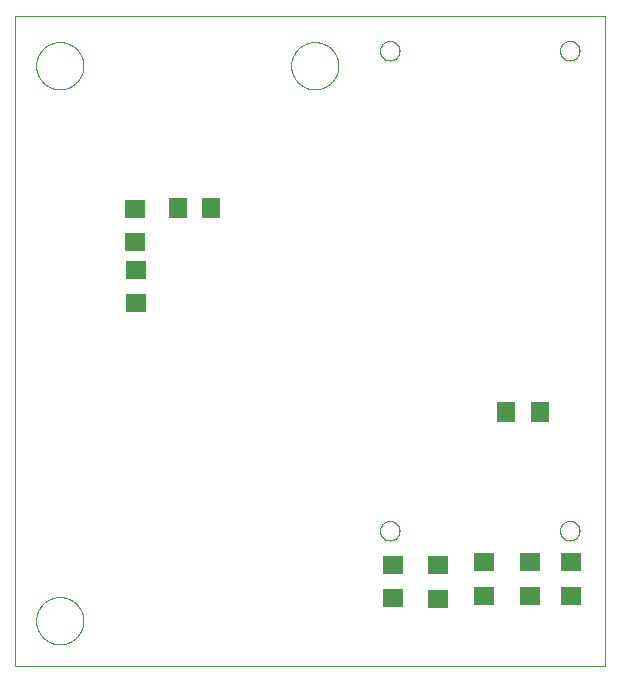
<source format=gbp>
G75*
%MOIN*%
%OFA0B0*%
%FSLAX25Y25*%
%IPPOS*%
%LPD*%
%AMOC8*
5,1,8,0,0,1.08239X$1,22.5*
%
%ADD10C,0.00000*%
%ADD11R,0.07087X0.06299*%
%ADD12R,0.06299X0.07087*%
%ADD13R,0.07098X0.06299*%
%ADD14R,0.06299X0.07098*%
D10*
X0001425Y0001000D02*
X0001425Y0217535D01*
X0198276Y0217535D01*
X0198276Y0001000D01*
X0001425Y0001000D01*
X0008551Y0016000D02*
X0008553Y0016193D01*
X0008560Y0016386D01*
X0008572Y0016579D01*
X0008589Y0016772D01*
X0008610Y0016964D01*
X0008636Y0017155D01*
X0008667Y0017346D01*
X0008702Y0017536D01*
X0008742Y0017725D01*
X0008787Y0017913D01*
X0008836Y0018100D01*
X0008890Y0018286D01*
X0008948Y0018470D01*
X0009011Y0018653D01*
X0009079Y0018834D01*
X0009150Y0019013D01*
X0009227Y0019191D01*
X0009307Y0019367D01*
X0009392Y0019540D01*
X0009481Y0019712D01*
X0009574Y0019881D01*
X0009671Y0020048D01*
X0009773Y0020213D01*
X0009878Y0020375D01*
X0009987Y0020534D01*
X0010101Y0020691D01*
X0010218Y0020844D01*
X0010338Y0020995D01*
X0010463Y0021143D01*
X0010591Y0021288D01*
X0010722Y0021429D01*
X0010857Y0021568D01*
X0010996Y0021703D01*
X0011137Y0021834D01*
X0011282Y0021962D01*
X0011430Y0022087D01*
X0011581Y0022207D01*
X0011734Y0022324D01*
X0011891Y0022438D01*
X0012050Y0022547D01*
X0012212Y0022652D01*
X0012377Y0022754D01*
X0012544Y0022851D01*
X0012713Y0022944D01*
X0012885Y0023033D01*
X0013058Y0023118D01*
X0013234Y0023198D01*
X0013412Y0023275D01*
X0013591Y0023346D01*
X0013772Y0023414D01*
X0013955Y0023477D01*
X0014139Y0023535D01*
X0014325Y0023589D01*
X0014512Y0023638D01*
X0014700Y0023683D01*
X0014889Y0023723D01*
X0015079Y0023758D01*
X0015270Y0023789D01*
X0015461Y0023815D01*
X0015653Y0023836D01*
X0015846Y0023853D01*
X0016039Y0023865D01*
X0016232Y0023872D01*
X0016425Y0023874D01*
X0016618Y0023872D01*
X0016811Y0023865D01*
X0017004Y0023853D01*
X0017197Y0023836D01*
X0017389Y0023815D01*
X0017580Y0023789D01*
X0017771Y0023758D01*
X0017961Y0023723D01*
X0018150Y0023683D01*
X0018338Y0023638D01*
X0018525Y0023589D01*
X0018711Y0023535D01*
X0018895Y0023477D01*
X0019078Y0023414D01*
X0019259Y0023346D01*
X0019438Y0023275D01*
X0019616Y0023198D01*
X0019792Y0023118D01*
X0019965Y0023033D01*
X0020137Y0022944D01*
X0020306Y0022851D01*
X0020473Y0022754D01*
X0020638Y0022652D01*
X0020800Y0022547D01*
X0020959Y0022438D01*
X0021116Y0022324D01*
X0021269Y0022207D01*
X0021420Y0022087D01*
X0021568Y0021962D01*
X0021713Y0021834D01*
X0021854Y0021703D01*
X0021993Y0021568D01*
X0022128Y0021429D01*
X0022259Y0021288D01*
X0022387Y0021143D01*
X0022512Y0020995D01*
X0022632Y0020844D01*
X0022749Y0020691D01*
X0022863Y0020534D01*
X0022972Y0020375D01*
X0023077Y0020213D01*
X0023179Y0020048D01*
X0023276Y0019881D01*
X0023369Y0019712D01*
X0023458Y0019540D01*
X0023543Y0019367D01*
X0023623Y0019191D01*
X0023700Y0019013D01*
X0023771Y0018834D01*
X0023839Y0018653D01*
X0023902Y0018470D01*
X0023960Y0018286D01*
X0024014Y0018100D01*
X0024063Y0017913D01*
X0024108Y0017725D01*
X0024148Y0017536D01*
X0024183Y0017346D01*
X0024214Y0017155D01*
X0024240Y0016964D01*
X0024261Y0016772D01*
X0024278Y0016579D01*
X0024290Y0016386D01*
X0024297Y0016193D01*
X0024299Y0016000D01*
X0024297Y0015807D01*
X0024290Y0015614D01*
X0024278Y0015421D01*
X0024261Y0015228D01*
X0024240Y0015036D01*
X0024214Y0014845D01*
X0024183Y0014654D01*
X0024148Y0014464D01*
X0024108Y0014275D01*
X0024063Y0014087D01*
X0024014Y0013900D01*
X0023960Y0013714D01*
X0023902Y0013530D01*
X0023839Y0013347D01*
X0023771Y0013166D01*
X0023700Y0012987D01*
X0023623Y0012809D01*
X0023543Y0012633D01*
X0023458Y0012460D01*
X0023369Y0012288D01*
X0023276Y0012119D01*
X0023179Y0011952D01*
X0023077Y0011787D01*
X0022972Y0011625D01*
X0022863Y0011466D01*
X0022749Y0011309D01*
X0022632Y0011156D01*
X0022512Y0011005D01*
X0022387Y0010857D01*
X0022259Y0010712D01*
X0022128Y0010571D01*
X0021993Y0010432D01*
X0021854Y0010297D01*
X0021713Y0010166D01*
X0021568Y0010038D01*
X0021420Y0009913D01*
X0021269Y0009793D01*
X0021116Y0009676D01*
X0020959Y0009562D01*
X0020800Y0009453D01*
X0020638Y0009348D01*
X0020473Y0009246D01*
X0020306Y0009149D01*
X0020137Y0009056D01*
X0019965Y0008967D01*
X0019792Y0008882D01*
X0019616Y0008802D01*
X0019438Y0008725D01*
X0019259Y0008654D01*
X0019078Y0008586D01*
X0018895Y0008523D01*
X0018711Y0008465D01*
X0018525Y0008411D01*
X0018338Y0008362D01*
X0018150Y0008317D01*
X0017961Y0008277D01*
X0017771Y0008242D01*
X0017580Y0008211D01*
X0017389Y0008185D01*
X0017197Y0008164D01*
X0017004Y0008147D01*
X0016811Y0008135D01*
X0016618Y0008128D01*
X0016425Y0008126D01*
X0016232Y0008128D01*
X0016039Y0008135D01*
X0015846Y0008147D01*
X0015653Y0008164D01*
X0015461Y0008185D01*
X0015270Y0008211D01*
X0015079Y0008242D01*
X0014889Y0008277D01*
X0014700Y0008317D01*
X0014512Y0008362D01*
X0014325Y0008411D01*
X0014139Y0008465D01*
X0013955Y0008523D01*
X0013772Y0008586D01*
X0013591Y0008654D01*
X0013412Y0008725D01*
X0013234Y0008802D01*
X0013058Y0008882D01*
X0012885Y0008967D01*
X0012713Y0009056D01*
X0012544Y0009149D01*
X0012377Y0009246D01*
X0012212Y0009348D01*
X0012050Y0009453D01*
X0011891Y0009562D01*
X0011734Y0009676D01*
X0011581Y0009793D01*
X0011430Y0009913D01*
X0011282Y0010038D01*
X0011137Y0010166D01*
X0010996Y0010297D01*
X0010857Y0010432D01*
X0010722Y0010571D01*
X0010591Y0010712D01*
X0010463Y0010857D01*
X0010338Y0011005D01*
X0010218Y0011156D01*
X0010101Y0011309D01*
X0009987Y0011466D01*
X0009878Y0011625D01*
X0009773Y0011787D01*
X0009671Y0011952D01*
X0009574Y0012119D01*
X0009481Y0012288D01*
X0009392Y0012460D01*
X0009307Y0012633D01*
X0009227Y0012809D01*
X0009150Y0012987D01*
X0009079Y0013166D01*
X0009011Y0013347D01*
X0008948Y0013530D01*
X0008890Y0013714D01*
X0008836Y0013900D01*
X0008787Y0014087D01*
X0008742Y0014275D01*
X0008702Y0014464D01*
X0008667Y0014654D01*
X0008636Y0014845D01*
X0008610Y0015036D01*
X0008589Y0015228D01*
X0008572Y0015421D01*
X0008560Y0015614D01*
X0008553Y0015807D01*
X0008551Y0016000D01*
X0123175Y0046000D02*
X0123177Y0046113D01*
X0123183Y0046227D01*
X0123193Y0046340D01*
X0123207Y0046452D01*
X0123224Y0046564D01*
X0123246Y0046676D01*
X0123272Y0046786D01*
X0123301Y0046896D01*
X0123334Y0047004D01*
X0123371Y0047112D01*
X0123412Y0047217D01*
X0123456Y0047322D01*
X0123504Y0047425D01*
X0123555Y0047526D01*
X0123610Y0047625D01*
X0123669Y0047722D01*
X0123731Y0047817D01*
X0123796Y0047910D01*
X0123864Y0048001D01*
X0123935Y0048089D01*
X0124010Y0048175D01*
X0124087Y0048258D01*
X0124167Y0048338D01*
X0124250Y0048415D01*
X0124336Y0048490D01*
X0124424Y0048561D01*
X0124515Y0048629D01*
X0124608Y0048694D01*
X0124703Y0048756D01*
X0124800Y0048815D01*
X0124899Y0048870D01*
X0125000Y0048921D01*
X0125103Y0048969D01*
X0125208Y0049013D01*
X0125313Y0049054D01*
X0125421Y0049091D01*
X0125529Y0049124D01*
X0125639Y0049153D01*
X0125749Y0049179D01*
X0125861Y0049201D01*
X0125973Y0049218D01*
X0126085Y0049232D01*
X0126198Y0049242D01*
X0126312Y0049248D01*
X0126425Y0049250D01*
X0126538Y0049248D01*
X0126652Y0049242D01*
X0126765Y0049232D01*
X0126877Y0049218D01*
X0126989Y0049201D01*
X0127101Y0049179D01*
X0127211Y0049153D01*
X0127321Y0049124D01*
X0127429Y0049091D01*
X0127537Y0049054D01*
X0127642Y0049013D01*
X0127747Y0048969D01*
X0127850Y0048921D01*
X0127951Y0048870D01*
X0128050Y0048815D01*
X0128147Y0048756D01*
X0128242Y0048694D01*
X0128335Y0048629D01*
X0128426Y0048561D01*
X0128514Y0048490D01*
X0128600Y0048415D01*
X0128683Y0048338D01*
X0128763Y0048258D01*
X0128840Y0048175D01*
X0128915Y0048089D01*
X0128986Y0048001D01*
X0129054Y0047910D01*
X0129119Y0047817D01*
X0129181Y0047722D01*
X0129240Y0047625D01*
X0129295Y0047526D01*
X0129346Y0047425D01*
X0129394Y0047322D01*
X0129438Y0047217D01*
X0129479Y0047112D01*
X0129516Y0047004D01*
X0129549Y0046896D01*
X0129578Y0046786D01*
X0129604Y0046676D01*
X0129626Y0046564D01*
X0129643Y0046452D01*
X0129657Y0046340D01*
X0129667Y0046227D01*
X0129673Y0046113D01*
X0129675Y0046000D01*
X0129673Y0045887D01*
X0129667Y0045773D01*
X0129657Y0045660D01*
X0129643Y0045548D01*
X0129626Y0045436D01*
X0129604Y0045324D01*
X0129578Y0045214D01*
X0129549Y0045104D01*
X0129516Y0044996D01*
X0129479Y0044888D01*
X0129438Y0044783D01*
X0129394Y0044678D01*
X0129346Y0044575D01*
X0129295Y0044474D01*
X0129240Y0044375D01*
X0129181Y0044278D01*
X0129119Y0044183D01*
X0129054Y0044090D01*
X0128986Y0043999D01*
X0128915Y0043911D01*
X0128840Y0043825D01*
X0128763Y0043742D01*
X0128683Y0043662D01*
X0128600Y0043585D01*
X0128514Y0043510D01*
X0128426Y0043439D01*
X0128335Y0043371D01*
X0128242Y0043306D01*
X0128147Y0043244D01*
X0128050Y0043185D01*
X0127951Y0043130D01*
X0127850Y0043079D01*
X0127747Y0043031D01*
X0127642Y0042987D01*
X0127537Y0042946D01*
X0127429Y0042909D01*
X0127321Y0042876D01*
X0127211Y0042847D01*
X0127101Y0042821D01*
X0126989Y0042799D01*
X0126877Y0042782D01*
X0126765Y0042768D01*
X0126652Y0042758D01*
X0126538Y0042752D01*
X0126425Y0042750D01*
X0126312Y0042752D01*
X0126198Y0042758D01*
X0126085Y0042768D01*
X0125973Y0042782D01*
X0125861Y0042799D01*
X0125749Y0042821D01*
X0125639Y0042847D01*
X0125529Y0042876D01*
X0125421Y0042909D01*
X0125313Y0042946D01*
X0125208Y0042987D01*
X0125103Y0043031D01*
X0125000Y0043079D01*
X0124899Y0043130D01*
X0124800Y0043185D01*
X0124703Y0043244D01*
X0124608Y0043306D01*
X0124515Y0043371D01*
X0124424Y0043439D01*
X0124336Y0043510D01*
X0124250Y0043585D01*
X0124167Y0043662D01*
X0124087Y0043742D01*
X0124010Y0043825D01*
X0123935Y0043911D01*
X0123864Y0043999D01*
X0123796Y0044090D01*
X0123731Y0044183D01*
X0123669Y0044278D01*
X0123610Y0044375D01*
X0123555Y0044474D01*
X0123504Y0044575D01*
X0123456Y0044678D01*
X0123412Y0044783D01*
X0123371Y0044888D01*
X0123334Y0044996D01*
X0123301Y0045104D01*
X0123272Y0045214D01*
X0123246Y0045324D01*
X0123224Y0045436D01*
X0123207Y0045548D01*
X0123193Y0045660D01*
X0123183Y0045773D01*
X0123177Y0045887D01*
X0123175Y0046000D01*
X0183175Y0046000D02*
X0183177Y0046113D01*
X0183183Y0046227D01*
X0183193Y0046340D01*
X0183207Y0046452D01*
X0183224Y0046564D01*
X0183246Y0046676D01*
X0183272Y0046786D01*
X0183301Y0046896D01*
X0183334Y0047004D01*
X0183371Y0047112D01*
X0183412Y0047217D01*
X0183456Y0047322D01*
X0183504Y0047425D01*
X0183555Y0047526D01*
X0183610Y0047625D01*
X0183669Y0047722D01*
X0183731Y0047817D01*
X0183796Y0047910D01*
X0183864Y0048001D01*
X0183935Y0048089D01*
X0184010Y0048175D01*
X0184087Y0048258D01*
X0184167Y0048338D01*
X0184250Y0048415D01*
X0184336Y0048490D01*
X0184424Y0048561D01*
X0184515Y0048629D01*
X0184608Y0048694D01*
X0184703Y0048756D01*
X0184800Y0048815D01*
X0184899Y0048870D01*
X0185000Y0048921D01*
X0185103Y0048969D01*
X0185208Y0049013D01*
X0185313Y0049054D01*
X0185421Y0049091D01*
X0185529Y0049124D01*
X0185639Y0049153D01*
X0185749Y0049179D01*
X0185861Y0049201D01*
X0185973Y0049218D01*
X0186085Y0049232D01*
X0186198Y0049242D01*
X0186312Y0049248D01*
X0186425Y0049250D01*
X0186538Y0049248D01*
X0186652Y0049242D01*
X0186765Y0049232D01*
X0186877Y0049218D01*
X0186989Y0049201D01*
X0187101Y0049179D01*
X0187211Y0049153D01*
X0187321Y0049124D01*
X0187429Y0049091D01*
X0187537Y0049054D01*
X0187642Y0049013D01*
X0187747Y0048969D01*
X0187850Y0048921D01*
X0187951Y0048870D01*
X0188050Y0048815D01*
X0188147Y0048756D01*
X0188242Y0048694D01*
X0188335Y0048629D01*
X0188426Y0048561D01*
X0188514Y0048490D01*
X0188600Y0048415D01*
X0188683Y0048338D01*
X0188763Y0048258D01*
X0188840Y0048175D01*
X0188915Y0048089D01*
X0188986Y0048001D01*
X0189054Y0047910D01*
X0189119Y0047817D01*
X0189181Y0047722D01*
X0189240Y0047625D01*
X0189295Y0047526D01*
X0189346Y0047425D01*
X0189394Y0047322D01*
X0189438Y0047217D01*
X0189479Y0047112D01*
X0189516Y0047004D01*
X0189549Y0046896D01*
X0189578Y0046786D01*
X0189604Y0046676D01*
X0189626Y0046564D01*
X0189643Y0046452D01*
X0189657Y0046340D01*
X0189667Y0046227D01*
X0189673Y0046113D01*
X0189675Y0046000D01*
X0189673Y0045887D01*
X0189667Y0045773D01*
X0189657Y0045660D01*
X0189643Y0045548D01*
X0189626Y0045436D01*
X0189604Y0045324D01*
X0189578Y0045214D01*
X0189549Y0045104D01*
X0189516Y0044996D01*
X0189479Y0044888D01*
X0189438Y0044783D01*
X0189394Y0044678D01*
X0189346Y0044575D01*
X0189295Y0044474D01*
X0189240Y0044375D01*
X0189181Y0044278D01*
X0189119Y0044183D01*
X0189054Y0044090D01*
X0188986Y0043999D01*
X0188915Y0043911D01*
X0188840Y0043825D01*
X0188763Y0043742D01*
X0188683Y0043662D01*
X0188600Y0043585D01*
X0188514Y0043510D01*
X0188426Y0043439D01*
X0188335Y0043371D01*
X0188242Y0043306D01*
X0188147Y0043244D01*
X0188050Y0043185D01*
X0187951Y0043130D01*
X0187850Y0043079D01*
X0187747Y0043031D01*
X0187642Y0042987D01*
X0187537Y0042946D01*
X0187429Y0042909D01*
X0187321Y0042876D01*
X0187211Y0042847D01*
X0187101Y0042821D01*
X0186989Y0042799D01*
X0186877Y0042782D01*
X0186765Y0042768D01*
X0186652Y0042758D01*
X0186538Y0042752D01*
X0186425Y0042750D01*
X0186312Y0042752D01*
X0186198Y0042758D01*
X0186085Y0042768D01*
X0185973Y0042782D01*
X0185861Y0042799D01*
X0185749Y0042821D01*
X0185639Y0042847D01*
X0185529Y0042876D01*
X0185421Y0042909D01*
X0185313Y0042946D01*
X0185208Y0042987D01*
X0185103Y0043031D01*
X0185000Y0043079D01*
X0184899Y0043130D01*
X0184800Y0043185D01*
X0184703Y0043244D01*
X0184608Y0043306D01*
X0184515Y0043371D01*
X0184424Y0043439D01*
X0184336Y0043510D01*
X0184250Y0043585D01*
X0184167Y0043662D01*
X0184087Y0043742D01*
X0184010Y0043825D01*
X0183935Y0043911D01*
X0183864Y0043999D01*
X0183796Y0044090D01*
X0183731Y0044183D01*
X0183669Y0044278D01*
X0183610Y0044375D01*
X0183555Y0044474D01*
X0183504Y0044575D01*
X0183456Y0044678D01*
X0183412Y0044783D01*
X0183371Y0044888D01*
X0183334Y0044996D01*
X0183301Y0045104D01*
X0183272Y0045214D01*
X0183246Y0045324D01*
X0183224Y0045436D01*
X0183207Y0045548D01*
X0183193Y0045660D01*
X0183183Y0045773D01*
X0183177Y0045887D01*
X0183175Y0046000D01*
X0093551Y0201000D02*
X0093553Y0201193D01*
X0093560Y0201386D01*
X0093572Y0201579D01*
X0093589Y0201772D01*
X0093610Y0201964D01*
X0093636Y0202155D01*
X0093667Y0202346D01*
X0093702Y0202536D01*
X0093742Y0202725D01*
X0093787Y0202913D01*
X0093836Y0203100D01*
X0093890Y0203286D01*
X0093948Y0203470D01*
X0094011Y0203653D01*
X0094079Y0203834D01*
X0094150Y0204013D01*
X0094227Y0204191D01*
X0094307Y0204367D01*
X0094392Y0204540D01*
X0094481Y0204712D01*
X0094574Y0204881D01*
X0094671Y0205048D01*
X0094773Y0205213D01*
X0094878Y0205375D01*
X0094987Y0205534D01*
X0095101Y0205691D01*
X0095218Y0205844D01*
X0095338Y0205995D01*
X0095463Y0206143D01*
X0095591Y0206288D01*
X0095722Y0206429D01*
X0095857Y0206568D01*
X0095996Y0206703D01*
X0096137Y0206834D01*
X0096282Y0206962D01*
X0096430Y0207087D01*
X0096581Y0207207D01*
X0096734Y0207324D01*
X0096891Y0207438D01*
X0097050Y0207547D01*
X0097212Y0207652D01*
X0097377Y0207754D01*
X0097544Y0207851D01*
X0097713Y0207944D01*
X0097885Y0208033D01*
X0098058Y0208118D01*
X0098234Y0208198D01*
X0098412Y0208275D01*
X0098591Y0208346D01*
X0098772Y0208414D01*
X0098955Y0208477D01*
X0099139Y0208535D01*
X0099325Y0208589D01*
X0099512Y0208638D01*
X0099700Y0208683D01*
X0099889Y0208723D01*
X0100079Y0208758D01*
X0100270Y0208789D01*
X0100461Y0208815D01*
X0100653Y0208836D01*
X0100846Y0208853D01*
X0101039Y0208865D01*
X0101232Y0208872D01*
X0101425Y0208874D01*
X0101618Y0208872D01*
X0101811Y0208865D01*
X0102004Y0208853D01*
X0102197Y0208836D01*
X0102389Y0208815D01*
X0102580Y0208789D01*
X0102771Y0208758D01*
X0102961Y0208723D01*
X0103150Y0208683D01*
X0103338Y0208638D01*
X0103525Y0208589D01*
X0103711Y0208535D01*
X0103895Y0208477D01*
X0104078Y0208414D01*
X0104259Y0208346D01*
X0104438Y0208275D01*
X0104616Y0208198D01*
X0104792Y0208118D01*
X0104965Y0208033D01*
X0105137Y0207944D01*
X0105306Y0207851D01*
X0105473Y0207754D01*
X0105638Y0207652D01*
X0105800Y0207547D01*
X0105959Y0207438D01*
X0106116Y0207324D01*
X0106269Y0207207D01*
X0106420Y0207087D01*
X0106568Y0206962D01*
X0106713Y0206834D01*
X0106854Y0206703D01*
X0106993Y0206568D01*
X0107128Y0206429D01*
X0107259Y0206288D01*
X0107387Y0206143D01*
X0107512Y0205995D01*
X0107632Y0205844D01*
X0107749Y0205691D01*
X0107863Y0205534D01*
X0107972Y0205375D01*
X0108077Y0205213D01*
X0108179Y0205048D01*
X0108276Y0204881D01*
X0108369Y0204712D01*
X0108458Y0204540D01*
X0108543Y0204367D01*
X0108623Y0204191D01*
X0108700Y0204013D01*
X0108771Y0203834D01*
X0108839Y0203653D01*
X0108902Y0203470D01*
X0108960Y0203286D01*
X0109014Y0203100D01*
X0109063Y0202913D01*
X0109108Y0202725D01*
X0109148Y0202536D01*
X0109183Y0202346D01*
X0109214Y0202155D01*
X0109240Y0201964D01*
X0109261Y0201772D01*
X0109278Y0201579D01*
X0109290Y0201386D01*
X0109297Y0201193D01*
X0109299Y0201000D01*
X0109297Y0200807D01*
X0109290Y0200614D01*
X0109278Y0200421D01*
X0109261Y0200228D01*
X0109240Y0200036D01*
X0109214Y0199845D01*
X0109183Y0199654D01*
X0109148Y0199464D01*
X0109108Y0199275D01*
X0109063Y0199087D01*
X0109014Y0198900D01*
X0108960Y0198714D01*
X0108902Y0198530D01*
X0108839Y0198347D01*
X0108771Y0198166D01*
X0108700Y0197987D01*
X0108623Y0197809D01*
X0108543Y0197633D01*
X0108458Y0197460D01*
X0108369Y0197288D01*
X0108276Y0197119D01*
X0108179Y0196952D01*
X0108077Y0196787D01*
X0107972Y0196625D01*
X0107863Y0196466D01*
X0107749Y0196309D01*
X0107632Y0196156D01*
X0107512Y0196005D01*
X0107387Y0195857D01*
X0107259Y0195712D01*
X0107128Y0195571D01*
X0106993Y0195432D01*
X0106854Y0195297D01*
X0106713Y0195166D01*
X0106568Y0195038D01*
X0106420Y0194913D01*
X0106269Y0194793D01*
X0106116Y0194676D01*
X0105959Y0194562D01*
X0105800Y0194453D01*
X0105638Y0194348D01*
X0105473Y0194246D01*
X0105306Y0194149D01*
X0105137Y0194056D01*
X0104965Y0193967D01*
X0104792Y0193882D01*
X0104616Y0193802D01*
X0104438Y0193725D01*
X0104259Y0193654D01*
X0104078Y0193586D01*
X0103895Y0193523D01*
X0103711Y0193465D01*
X0103525Y0193411D01*
X0103338Y0193362D01*
X0103150Y0193317D01*
X0102961Y0193277D01*
X0102771Y0193242D01*
X0102580Y0193211D01*
X0102389Y0193185D01*
X0102197Y0193164D01*
X0102004Y0193147D01*
X0101811Y0193135D01*
X0101618Y0193128D01*
X0101425Y0193126D01*
X0101232Y0193128D01*
X0101039Y0193135D01*
X0100846Y0193147D01*
X0100653Y0193164D01*
X0100461Y0193185D01*
X0100270Y0193211D01*
X0100079Y0193242D01*
X0099889Y0193277D01*
X0099700Y0193317D01*
X0099512Y0193362D01*
X0099325Y0193411D01*
X0099139Y0193465D01*
X0098955Y0193523D01*
X0098772Y0193586D01*
X0098591Y0193654D01*
X0098412Y0193725D01*
X0098234Y0193802D01*
X0098058Y0193882D01*
X0097885Y0193967D01*
X0097713Y0194056D01*
X0097544Y0194149D01*
X0097377Y0194246D01*
X0097212Y0194348D01*
X0097050Y0194453D01*
X0096891Y0194562D01*
X0096734Y0194676D01*
X0096581Y0194793D01*
X0096430Y0194913D01*
X0096282Y0195038D01*
X0096137Y0195166D01*
X0095996Y0195297D01*
X0095857Y0195432D01*
X0095722Y0195571D01*
X0095591Y0195712D01*
X0095463Y0195857D01*
X0095338Y0196005D01*
X0095218Y0196156D01*
X0095101Y0196309D01*
X0094987Y0196466D01*
X0094878Y0196625D01*
X0094773Y0196787D01*
X0094671Y0196952D01*
X0094574Y0197119D01*
X0094481Y0197288D01*
X0094392Y0197460D01*
X0094307Y0197633D01*
X0094227Y0197809D01*
X0094150Y0197987D01*
X0094079Y0198166D01*
X0094011Y0198347D01*
X0093948Y0198530D01*
X0093890Y0198714D01*
X0093836Y0198900D01*
X0093787Y0199087D01*
X0093742Y0199275D01*
X0093702Y0199464D01*
X0093667Y0199654D01*
X0093636Y0199845D01*
X0093610Y0200036D01*
X0093589Y0200228D01*
X0093572Y0200421D01*
X0093560Y0200614D01*
X0093553Y0200807D01*
X0093551Y0201000D01*
X0123175Y0206000D02*
X0123177Y0206113D01*
X0123183Y0206227D01*
X0123193Y0206340D01*
X0123207Y0206452D01*
X0123224Y0206564D01*
X0123246Y0206676D01*
X0123272Y0206786D01*
X0123301Y0206896D01*
X0123334Y0207004D01*
X0123371Y0207112D01*
X0123412Y0207217D01*
X0123456Y0207322D01*
X0123504Y0207425D01*
X0123555Y0207526D01*
X0123610Y0207625D01*
X0123669Y0207722D01*
X0123731Y0207817D01*
X0123796Y0207910D01*
X0123864Y0208001D01*
X0123935Y0208089D01*
X0124010Y0208175D01*
X0124087Y0208258D01*
X0124167Y0208338D01*
X0124250Y0208415D01*
X0124336Y0208490D01*
X0124424Y0208561D01*
X0124515Y0208629D01*
X0124608Y0208694D01*
X0124703Y0208756D01*
X0124800Y0208815D01*
X0124899Y0208870D01*
X0125000Y0208921D01*
X0125103Y0208969D01*
X0125208Y0209013D01*
X0125313Y0209054D01*
X0125421Y0209091D01*
X0125529Y0209124D01*
X0125639Y0209153D01*
X0125749Y0209179D01*
X0125861Y0209201D01*
X0125973Y0209218D01*
X0126085Y0209232D01*
X0126198Y0209242D01*
X0126312Y0209248D01*
X0126425Y0209250D01*
X0126538Y0209248D01*
X0126652Y0209242D01*
X0126765Y0209232D01*
X0126877Y0209218D01*
X0126989Y0209201D01*
X0127101Y0209179D01*
X0127211Y0209153D01*
X0127321Y0209124D01*
X0127429Y0209091D01*
X0127537Y0209054D01*
X0127642Y0209013D01*
X0127747Y0208969D01*
X0127850Y0208921D01*
X0127951Y0208870D01*
X0128050Y0208815D01*
X0128147Y0208756D01*
X0128242Y0208694D01*
X0128335Y0208629D01*
X0128426Y0208561D01*
X0128514Y0208490D01*
X0128600Y0208415D01*
X0128683Y0208338D01*
X0128763Y0208258D01*
X0128840Y0208175D01*
X0128915Y0208089D01*
X0128986Y0208001D01*
X0129054Y0207910D01*
X0129119Y0207817D01*
X0129181Y0207722D01*
X0129240Y0207625D01*
X0129295Y0207526D01*
X0129346Y0207425D01*
X0129394Y0207322D01*
X0129438Y0207217D01*
X0129479Y0207112D01*
X0129516Y0207004D01*
X0129549Y0206896D01*
X0129578Y0206786D01*
X0129604Y0206676D01*
X0129626Y0206564D01*
X0129643Y0206452D01*
X0129657Y0206340D01*
X0129667Y0206227D01*
X0129673Y0206113D01*
X0129675Y0206000D01*
X0129673Y0205887D01*
X0129667Y0205773D01*
X0129657Y0205660D01*
X0129643Y0205548D01*
X0129626Y0205436D01*
X0129604Y0205324D01*
X0129578Y0205214D01*
X0129549Y0205104D01*
X0129516Y0204996D01*
X0129479Y0204888D01*
X0129438Y0204783D01*
X0129394Y0204678D01*
X0129346Y0204575D01*
X0129295Y0204474D01*
X0129240Y0204375D01*
X0129181Y0204278D01*
X0129119Y0204183D01*
X0129054Y0204090D01*
X0128986Y0203999D01*
X0128915Y0203911D01*
X0128840Y0203825D01*
X0128763Y0203742D01*
X0128683Y0203662D01*
X0128600Y0203585D01*
X0128514Y0203510D01*
X0128426Y0203439D01*
X0128335Y0203371D01*
X0128242Y0203306D01*
X0128147Y0203244D01*
X0128050Y0203185D01*
X0127951Y0203130D01*
X0127850Y0203079D01*
X0127747Y0203031D01*
X0127642Y0202987D01*
X0127537Y0202946D01*
X0127429Y0202909D01*
X0127321Y0202876D01*
X0127211Y0202847D01*
X0127101Y0202821D01*
X0126989Y0202799D01*
X0126877Y0202782D01*
X0126765Y0202768D01*
X0126652Y0202758D01*
X0126538Y0202752D01*
X0126425Y0202750D01*
X0126312Y0202752D01*
X0126198Y0202758D01*
X0126085Y0202768D01*
X0125973Y0202782D01*
X0125861Y0202799D01*
X0125749Y0202821D01*
X0125639Y0202847D01*
X0125529Y0202876D01*
X0125421Y0202909D01*
X0125313Y0202946D01*
X0125208Y0202987D01*
X0125103Y0203031D01*
X0125000Y0203079D01*
X0124899Y0203130D01*
X0124800Y0203185D01*
X0124703Y0203244D01*
X0124608Y0203306D01*
X0124515Y0203371D01*
X0124424Y0203439D01*
X0124336Y0203510D01*
X0124250Y0203585D01*
X0124167Y0203662D01*
X0124087Y0203742D01*
X0124010Y0203825D01*
X0123935Y0203911D01*
X0123864Y0203999D01*
X0123796Y0204090D01*
X0123731Y0204183D01*
X0123669Y0204278D01*
X0123610Y0204375D01*
X0123555Y0204474D01*
X0123504Y0204575D01*
X0123456Y0204678D01*
X0123412Y0204783D01*
X0123371Y0204888D01*
X0123334Y0204996D01*
X0123301Y0205104D01*
X0123272Y0205214D01*
X0123246Y0205324D01*
X0123224Y0205436D01*
X0123207Y0205548D01*
X0123193Y0205660D01*
X0123183Y0205773D01*
X0123177Y0205887D01*
X0123175Y0206000D01*
X0183175Y0206000D02*
X0183177Y0206113D01*
X0183183Y0206227D01*
X0183193Y0206340D01*
X0183207Y0206452D01*
X0183224Y0206564D01*
X0183246Y0206676D01*
X0183272Y0206786D01*
X0183301Y0206896D01*
X0183334Y0207004D01*
X0183371Y0207112D01*
X0183412Y0207217D01*
X0183456Y0207322D01*
X0183504Y0207425D01*
X0183555Y0207526D01*
X0183610Y0207625D01*
X0183669Y0207722D01*
X0183731Y0207817D01*
X0183796Y0207910D01*
X0183864Y0208001D01*
X0183935Y0208089D01*
X0184010Y0208175D01*
X0184087Y0208258D01*
X0184167Y0208338D01*
X0184250Y0208415D01*
X0184336Y0208490D01*
X0184424Y0208561D01*
X0184515Y0208629D01*
X0184608Y0208694D01*
X0184703Y0208756D01*
X0184800Y0208815D01*
X0184899Y0208870D01*
X0185000Y0208921D01*
X0185103Y0208969D01*
X0185208Y0209013D01*
X0185313Y0209054D01*
X0185421Y0209091D01*
X0185529Y0209124D01*
X0185639Y0209153D01*
X0185749Y0209179D01*
X0185861Y0209201D01*
X0185973Y0209218D01*
X0186085Y0209232D01*
X0186198Y0209242D01*
X0186312Y0209248D01*
X0186425Y0209250D01*
X0186538Y0209248D01*
X0186652Y0209242D01*
X0186765Y0209232D01*
X0186877Y0209218D01*
X0186989Y0209201D01*
X0187101Y0209179D01*
X0187211Y0209153D01*
X0187321Y0209124D01*
X0187429Y0209091D01*
X0187537Y0209054D01*
X0187642Y0209013D01*
X0187747Y0208969D01*
X0187850Y0208921D01*
X0187951Y0208870D01*
X0188050Y0208815D01*
X0188147Y0208756D01*
X0188242Y0208694D01*
X0188335Y0208629D01*
X0188426Y0208561D01*
X0188514Y0208490D01*
X0188600Y0208415D01*
X0188683Y0208338D01*
X0188763Y0208258D01*
X0188840Y0208175D01*
X0188915Y0208089D01*
X0188986Y0208001D01*
X0189054Y0207910D01*
X0189119Y0207817D01*
X0189181Y0207722D01*
X0189240Y0207625D01*
X0189295Y0207526D01*
X0189346Y0207425D01*
X0189394Y0207322D01*
X0189438Y0207217D01*
X0189479Y0207112D01*
X0189516Y0207004D01*
X0189549Y0206896D01*
X0189578Y0206786D01*
X0189604Y0206676D01*
X0189626Y0206564D01*
X0189643Y0206452D01*
X0189657Y0206340D01*
X0189667Y0206227D01*
X0189673Y0206113D01*
X0189675Y0206000D01*
X0189673Y0205887D01*
X0189667Y0205773D01*
X0189657Y0205660D01*
X0189643Y0205548D01*
X0189626Y0205436D01*
X0189604Y0205324D01*
X0189578Y0205214D01*
X0189549Y0205104D01*
X0189516Y0204996D01*
X0189479Y0204888D01*
X0189438Y0204783D01*
X0189394Y0204678D01*
X0189346Y0204575D01*
X0189295Y0204474D01*
X0189240Y0204375D01*
X0189181Y0204278D01*
X0189119Y0204183D01*
X0189054Y0204090D01*
X0188986Y0203999D01*
X0188915Y0203911D01*
X0188840Y0203825D01*
X0188763Y0203742D01*
X0188683Y0203662D01*
X0188600Y0203585D01*
X0188514Y0203510D01*
X0188426Y0203439D01*
X0188335Y0203371D01*
X0188242Y0203306D01*
X0188147Y0203244D01*
X0188050Y0203185D01*
X0187951Y0203130D01*
X0187850Y0203079D01*
X0187747Y0203031D01*
X0187642Y0202987D01*
X0187537Y0202946D01*
X0187429Y0202909D01*
X0187321Y0202876D01*
X0187211Y0202847D01*
X0187101Y0202821D01*
X0186989Y0202799D01*
X0186877Y0202782D01*
X0186765Y0202768D01*
X0186652Y0202758D01*
X0186538Y0202752D01*
X0186425Y0202750D01*
X0186312Y0202752D01*
X0186198Y0202758D01*
X0186085Y0202768D01*
X0185973Y0202782D01*
X0185861Y0202799D01*
X0185749Y0202821D01*
X0185639Y0202847D01*
X0185529Y0202876D01*
X0185421Y0202909D01*
X0185313Y0202946D01*
X0185208Y0202987D01*
X0185103Y0203031D01*
X0185000Y0203079D01*
X0184899Y0203130D01*
X0184800Y0203185D01*
X0184703Y0203244D01*
X0184608Y0203306D01*
X0184515Y0203371D01*
X0184424Y0203439D01*
X0184336Y0203510D01*
X0184250Y0203585D01*
X0184167Y0203662D01*
X0184087Y0203742D01*
X0184010Y0203825D01*
X0183935Y0203911D01*
X0183864Y0203999D01*
X0183796Y0204090D01*
X0183731Y0204183D01*
X0183669Y0204278D01*
X0183610Y0204375D01*
X0183555Y0204474D01*
X0183504Y0204575D01*
X0183456Y0204678D01*
X0183412Y0204783D01*
X0183371Y0204888D01*
X0183334Y0204996D01*
X0183301Y0205104D01*
X0183272Y0205214D01*
X0183246Y0205324D01*
X0183224Y0205436D01*
X0183207Y0205548D01*
X0183193Y0205660D01*
X0183183Y0205773D01*
X0183177Y0205887D01*
X0183175Y0206000D01*
X0008551Y0201000D02*
X0008553Y0201193D01*
X0008560Y0201386D01*
X0008572Y0201579D01*
X0008589Y0201772D01*
X0008610Y0201964D01*
X0008636Y0202155D01*
X0008667Y0202346D01*
X0008702Y0202536D01*
X0008742Y0202725D01*
X0008787Y0202913D01*
X0008836Y0203100D01*
X0008890Y0203286D01*
X0008948Y0203470D01*
X0009011Y0203653D01*
X0009079Y0203834D01*
X0009150Y0204013D01*
X0009227Y0204191D01*
X0009307Y0204367D01*
X0009392Y0204540D01*
X0009481Y0204712D01*
X0009574Y0204881D01*
X0009671Y0205048D01*
X0009773Y0205213D01*
X0009878Y0205375D01*
X0009987Y0205534D01*
X0010101Y0205691D01*
X0010218Y0205844D01*
X0010338Y0205995D01*
X0010463Y0206143D01*
X0010591Y0206288D01*
X0010722Y0206429D01*
X0010857Y0206568D01*
X0010996Y0206703D01*
X0011137Y0206834D01*
X0011282Y0206962D01*
X0011430Y0207087D01*
X0011581Y0207207D01*
X0011734Y0207324D01*
X0011891Y0207438D01*
X0012050Y0207547D01*
X0012212Y0207652D01*
X0012377Y0207754D01*
X0012544Y0207851D01*
X0012713Y0207944D01*
X0012885Y0208033D01*
X0013058Y0208118D01*
X0013234Y0208198D01*
X0013412Y0208275D01*
X0013591Y0208346D01*
X0013772Y0208414D01*
X0013955Y0208477D01*
X0014139Y0208535D01*
X0014325Y0208589D01*
X0014512Y0208638D01*
X0014700Y0208683D01*
X0014889Y0208723D01*
X0015079Y0208758D01*
X0015270Y0208789D01*
X0015461Y0208815D01*
X0015653Y0208836D01*
X0015846Y0208853D01*
X0016039Y0208865D01*
X0016232Y0208872D01*
X0016425Y0208874D01*
X0016618Y0208872D01*
X0016811Y0208865D01*
X0017004Y0208853D01*
X0017197Y0208836D01*
X0017389Y0208815D01*
X0017580Y0208789D01*
X0017771Y0208758D01*
X0017961Y0208723D01*
X0018150Y0208683D01*
X0018338Y0208638D01*
X0018525Y0208589D01*
X0018711Y0208535D01*
X0018895Y0208477D01*
X0019078Y0208414D01*
X0019259Y0208346D01*
X0019438Y0208275D01*
X0019616Y0208198D01*
X0019792Y0208118D01*
X0019965Y0208033D01*
X0020137Y0207944D01*
X0020306Y0207851D01*
X0020473Y0207754D01*
X0020638Y0207652D01*
X0020800Y0207547D01*
X0020959Y0207438D01*
X0021116Y0207324D01*
X0021269Y0207207D01*
X0021420Y0207087D01*
X0021568Y0206962D01*
X0021713Y0206834D01*
X0021854Y0206703D01*
X0021993Y0206568D01*
X0022128Y0206429D01*
X0022259Y0206288D01*
X0022387Y0206143D01*
X0022512Y0205995D01*
X0022632Y0205844D01*
X0022749Y0205691D01*
X0022863Y0205534D01*
X0022972Y0205375D01*
X0023077Y0205213D01*
X0023179Y0205048D01*
X0023276Y0204881D01*
X0023369Y0204712D01*
X0023458Y0204540D01*
X0023543Y0204367D01*
X0023623Y0204191D01*
X0023700Y0204013D01*
X0023771Y0203834D01*
X0023839Y0203653D01*
X0023902Y0203470D01*
X0023960Y0203286D01*
X0024014Y0203100D01*
X0024063Y0202913D01*
X0024108Y0202725D01*
X0024148Y0202536D01*
X0024183Y0202346D01*
X0024214Y0202155D01*
X0024240Y0201964D01*
X0024261Y0201772D01*
X0024278Y0201579D01*
X0024290Y0201386D01*
X0024297Y0201193D01*
X0024299Y0201000D01*
X0024297Y0200807D01*
X0024290Y0200614D01*
X0024278Y0200421D01*
X0024261Y0200228D01*
X0024240Y0200036D01*
X0024214Y0199845D01*
X0024183Y0199654D01*
X0024148Y0199464D01*
X0024108Y0199275D01*
X0024063Y0199087D01*
X0024014Y0198900D01*
X0023960Y0198714D01*
X0023902Y0198530D01*
X0023839Y0198347D01*
X0023771Y0198166D01*
X0023700Y0197987D01*
X0023623Y0197809D01*
X0023543Y0197633D01*
X0023458Y0197460D01*
X0023369Y0197288D01*
X0023276Y0197119D01*
X0023179Y0196952D01*
X0023077Y0196787D01*
X0022972Y0196625D01*
X0022863Y0196466D01*
X0022749Y0196309D01*
X0022632Y0196156D01*
X0022512Y0196005D01*
X0022387Y0195857D01*
X0022259Y0195712D01*
X0022128Y0195571D01*
X0021993Y0195432D01*
X0021854Y0195297D01*
X0021713Y0195166D01*
X0021568Y0195038D01*
X0021420Y0194913D01*
X0021269Y0194793D01*
X0021116Y0194676D01*
X0020959Y0194562D01*
X0020800Y0194453D01*
X0020638Y0194348D01*
X0020473Y0194246D01*
X0020306Y0194149D01*
X0020137Y0194056D01*
X0019965Y0193967D01*
X0019792Y0193882D01*
X0019616Y0193802D01*
X0019438Y0193725D01*
X0019259Y0193654D01*
X0019078Y0193586D01*
X0018895Y0193523D01*
X0018711Y0193465D01*
X0018525Y0193411D01*
X0018338Y0193362D01*
X0018150Y0193317D01*
X0017961Y0193277D01*
X0017771Y0193242D01*
X0017580Y0193211D01*
X0017389Y0193185D01*
X0017197Y0193164D01*
X0017004Y0193147D01*
X0016811Y0193135D01*
X0016618Y0193128D01*
X0016425Y0193126D01*
X0016232Y0193128D01*
X0016039Y0193135D01*
X0015846Y0193147D01*
X0015653Y0193164D01*
X0015461Y0193185D01*
X0015270Y0193211D01*
X0015079Y0193242D01*
X0014889Y0193277D01*
X0014700Y0193317D01*
X0014512Y0193362D01*
X0014325Y0193411D01*
X0014139Y0193465D01*
X0013955Y0193523D01*
X0013772Y0193586D01*
X0013591Y0193654D01*
X0013412Y0193725D01*
X0013234Y0193802D01*
X0013058Y0193882D01*
X0012885Y0193967D01*
X0012713Y0194056D01*
X0012544Y0194149D01*
X0012377Y0194246D01*
X0012212Y0194348D01*
X0012050Y0194453D01*
X0011891Y0194562D01*
X0011734Y0194676D01*
X0011581Y0194793D01*
X0011430Y0194913D01*
X0011282Y0195038D01*
X0011137Y0195166D01*
X0010996Y0195297D01*
X0010857Y0195432D01*
X0010722Y0195571D01*
X0010591Y0195712D01*
X0010463Y0195857D01*
X0010338Y0196005D01*
X0010218Y0196156D01*
X0010101Y0196309D01*
X0009987Y0196466D01*
X0009878Y0196625D01*
X0009773Y0196787D01*
X0009671Y0196952D01*
X0009574Y0197119D01*
X0009481Y0197288D01*
X0009392Y0197460D01*
X0009307Y0197633D01*
X0009227Y0197809D01*
X0009150Y0197987D01*
X0009079Y0198166D01*
X0009011Y0198347D01*
X0008948Y0198530D01*
X0008890Y0198714D01*
X0008836Y0198900D01*
X0008787Y0199087D01*
X0008742Y0199275D01*
X0008702Y0199464D01*
X0008667Y0199654D01*
X0008636Y0199845D01*
X0008610Y0200036D01*
X0008589Y0200228D01*
X0008572Y0200421D01*
X0008560Y0200614D01*
X0008553Y0200807D01*
X0008551Y0201000D01*
D11*
X0041642Y0153382D03*
X0041642Y0142358D03*
X0041720Y0132909D03*
X0041720Y0121886D03*
D12*
X0055913Y0153461D03*
X0066937Y0153461D03*
D13*
X0157803Y0035535D03*
X0157803Y0024339D03*
X0173236Y0024339D03*
X0173236Y0035535D03*
X0186701Y0035535D03*
X0186701Y0024339D03*
X0142449Y0023315D03*
X0142449Y0034512D03*
X0127646Y0034709D03*
X0127646Y0023512D03*
D14*
X0165177Y0085665D03*
X0176374Y0085665D03*
M02*

</source>
